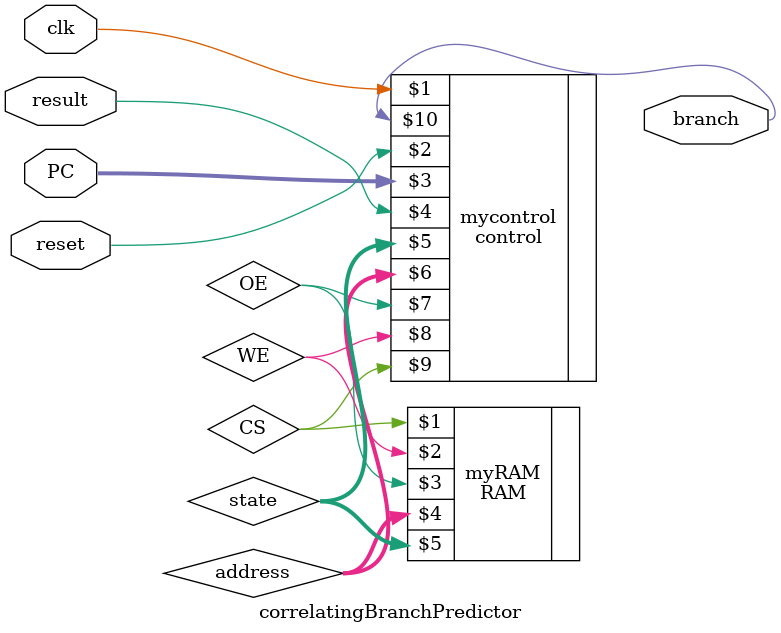
<source format=sv>
module correlatingBranchPredictor #(parameter R = 6, M = 2, N = 2)  
                                   (input  logic        clk, reset,
                                    input  logic [31:0] PC,
                                    input  logic        result,
                                    output logic        branch);

wire  [N-1:0]   state;
logic [R+M-1:0] address;
logic           OE, WE, CS;

control #(R, M, N) mycontrol (clk, reset, PC, result, state, address, OE, WE, CS, branch);
RAM     #(R, M, N) myRAM     (CS, WE, OE, address, state);

endmodule

// together R and M will result in a RAM of depth 2^(R + M)
// think of R as the lower bits of the RAM address, and M as the upper bits
// R comes from the lower bits of PC and M comes from the global branch history (most recent branches)

// N will result in a RAM width of N
// N is the bitwidth of the individual n-bit branch predictors

// (m,n) predictor, with 2^r entries
// m = n = 2, r = 4
// 16 entry predictor, since r = 4
// the global branch history is 2 bits, since m = 2 (this is the 2 most recent branches) 
// the number of bits in a local predictor is 2, since n = 2

// so the total depth is 2^(R + M) = 2^(4 + 2) = 64
// and the total width is 2 bits since n = 2

// so we have the following structure:

// [1:0] RAM [0:63]

// where the ADDR = {M[1:0], R[3:0]};
</source>
